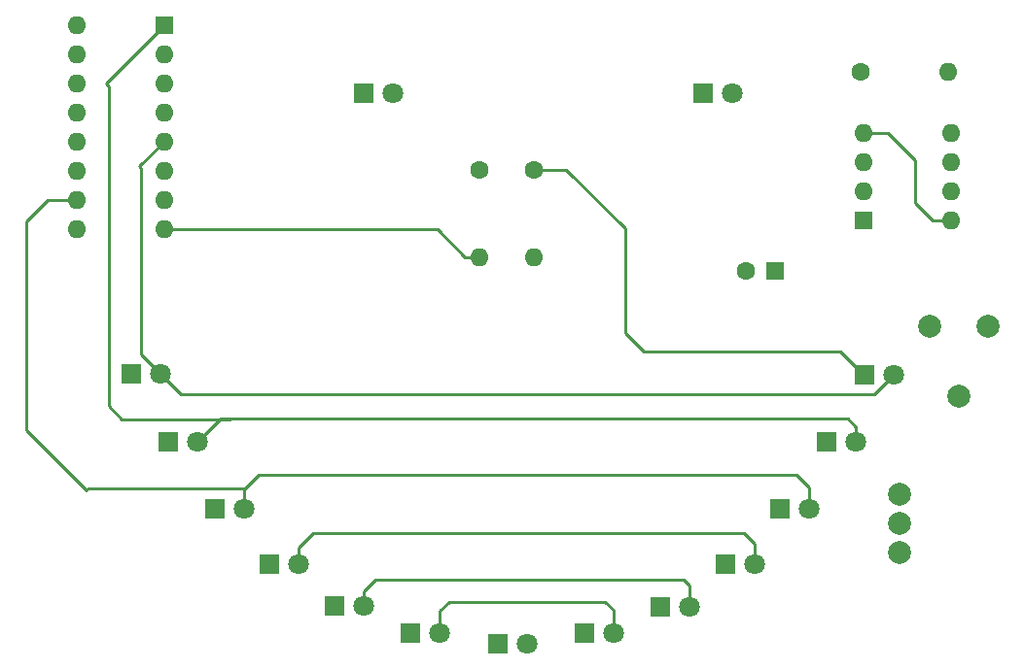
<source format=gbr>
%TF.GenerationSoftware,KiCad,Pcbnew,7.0.8*%
%TF.CreationDate,2024-08-08T21:43:19+02:00*%
%TF.ProjectId,Smiley V8,536d696c-6579-4205-9638-2e6b69636164,rev?*%
%TF.SameCoordinates,Original*%
%TF.FileFunction,Copper,L1,Top*%
%TF.FilePolarity,Positive*%
%FSLAX46Y46*%
G04 Gerber Fmt 4.6, Leading zero omitted, Abs format (unit mm)*
G04 Created by KiCad (PCBNEW 7.0.8) date 2024-08-08 21:43:19*
%MOMM*%
%LPD*%
G01*
G04 APERTURE LIST*
%TA.AperFunction,ComponentPad*%
%ADD10R,1.800000X1.800000*%
%TD*%
%TA.AperFunction,ComponentPad*%
%ADD11C,1.800000*%
%TD*%
%TA.AperFunction,ComponentPad*%
%ADD12R,1.600000X1.600000*%
%TD*%
%TA.AperFunction,ComponentPad*%
%ADD13C,1.600000*%
%TD*%
%TA.AperFunction,ComponentPad*%
%ADD14O,1.600000X1.600000*%
%TD*%
%TA.AperFunction,ComponentPad*%
%ADD15C,2.000000*%
%TD*%
%TA.AperFunction,Conductor*%
%ADD16C,0.250000*%
%TD*%
G04 APERTURE END LIST*
D10*
%TO.P,D3,1,K*%
%TO.N,Net-(D1-K)*%
X63600000Y-123400000D03*
D11*
%TO.P,D3,2,A*%
%TO.N,Net-(D3-A)*%
X66140000Y-123400000D03*
%TD*%
D10*
%TO.P,D4,1,K*%
%TO.N,Net-(D1-K)*%
X57950000Y-119750000D03*
D11*
%TO.P,D4,2,A*%
%TO.N,Net-(D4-A)*%
X60490000Y-119750000D03*
%TD*%
D10*
%TO.P,D5,1,K*%
%TO.N,Net-(D1-K)*%
X53175000Y-114925000D03*
D11*
%TO.P,D5,2,A*%
%TO.N,Net-(D5-A)*%
X55715000Y-114925000D03*
%TD*%
D10*
%TO.P,D33,1,K*%
%TO.N,Net-(D1-K)*%
X92000000Y-123450000D03*
D11*
%TO.P,D33,2,A*%
%TO.N,Net-(D3-A)*%
X94540000Y-123450000D03*
%TD*%
D10*
%TO.P,D55,1,K*%
%TO.N,Net-(D1-K)*%
X102400000Y-114975000D03*
D11*
%TO.P,D55,2,A*%
%TO.N,Net-(D5-A)*%
X104940000Y-114975000D03*
%TD*%
D10*
%TO.P,D77,1,K*%
%TO.N,Net-(D1-K)*%
X109750000Y-103250000D03*
D11*
%TO.P,D77,2,A*%
%TO.N,Net-(D7-A)*%
X112290000Y-103250000D03*
%TD*%
D10*
%TO.P,D66,1,K*%
%TO.N,Net-(D1-K)*%
X106475000Y-109125000D03*
D11*
%TO.P,D66,2,A*%
%TO.N,Net-(D6-A)*%
X109015000Y-109125000D03*
%TD*%
D10*
%TO.P,D6,1,K*%
%TO.N,Net-(D1-K)*%
X49175000Y-109100000D03*
D11*
%TO.P,D6,2,A*%
%TO.N,Net-(D6-A)*%
X51715000Y-109100000D03*
%TD*%
D10*
%TO.P,D22,1,K*%
%TO.N,Net-(D1-K)*%
X85375000Y-125775000D03*
D11*
%TO.P,D22,2,A*%
%TO.N,Net-(D2-A)*%
X87915000Y-125775000D03*
%TD*%
D10*
%TO.P,D7,1,K*%
%TO.N,Net-(D1-K)*%
X45925000Y-103200000D03*
D11*
%TO.P,D7,2,A*%
%TO.N,Net-(D7-A)*%
X48465000Y-103200000D03*
%TD*%
D10*
%TO.P,D8,1,K*%
%TO.N,Net-(D8-K)*%
X66200000Y-78725000D03*
D11*
%TO.P,D8,2,A*%
%TO.N,Net-(D8-A)*%
X68740000Y-78725000D03*
%TD*%
D10*
%TO.P,D2,1,K*%
%TO.N,Net-(D1-K)*%
X70265000Y-125750000D03*
D11*
%TO.P,D2,2,A*%
%TO.N,Net-(D2-A)*%
X72805000Y-125750000D03*
%TD*%
D10*
%TO.P,D88,1,K*%
%TO.N,Net-(D8-K)*%
X95725000Y-78675000D03*
D11*
%TO.P,D88,2,A*%
%TO.N,Net-(D8-A)*%
X98265000Y-78675000D03*
%TD*%
D10*
%TO.P,D1,1,K*%
%TO.N,Net-(D1-K)*%
X77850000Y-126700000D03*
D11*
%TO.P,D1,2,A*%
%TO.N,Net-(D1-A)*%
X80390000Y-126700000D03*
%TD*%
D10*
%TO.P,D44,1,K*%
%TO.N,Net-(D1-K)*%
X97675000Y-119800000D03*
D11*
%TO.P,D44,2,A*%
%TO.N,Net-(D4-A)*%
X100215000Y-119800000D03*
%TD*%
D12*
%TO.P,C1,1*%
%TO.N,unconnected-(C1-Pad1)*%
X101950000Y-94200000D03*
D13*
%TO.P,C1,2*%
%TO.N,Net-(U3-GND)*%
X99450000Y-94200000D03*
%TD*%
D12*
%TO.P,U3,1,GND*%
%TO.N,Net-(U3-GND)*%
X109650000Y-89775000D03*
D14*
%TO.P,U3,2,TR*%
%TO.N,unconnected-(C1-Pad1)*%
X109650000Y-87235000D03*
%TO.P,U3,3,Q*%
%TO.N,Net-(D8-A)*%
X109650000Y-84695000D03*
%TO.P,U3,4,R*%
%TO.N,Net-(U3-R)*%
X109650000Y-82155000D03*
%TO.P,U3,5,CV*%
%TO.N,unconnected-(U3-CV-Pad5)*%
X117270000Y-82155000D03*
%TO.P,U3,6,THR*%
%TO.N,unconnected-(C1-Pad1)*%
X117270000Y-84695000D03*
%TO.P,U3,7,DIS*%
%TO.N,Net-(U3-DIS)*%
X117270000Y-87235000D03*
%TO.P,U3,8,VCC*%
%TO.N,Net-(U3-R)*%
X117270000Y-89775000D03*
%TD*%
D15*
%TO.P,S1,1,A*%
%TO.N,Net-(U3-R)*%
X112825000Y-113700000D03*
%TO.P,S1,2,E*%
%TO.N,Net-(S1-E)*%
X112825000Y-116240000D03*
%TO.P,S1,3,A*%
X112825000Y-118780000D03*
%TD*%
D13*
%TO.P,R1,1*%
%TO.N,Net-(U3-R)*%
X109455000Y-76825000D03*
D14*
%TO.P,R1,2*%
%TO.N,Net-(U3-DIS)*%
X117075000Y-76825000D03*
%TD*%
D15*
%TO.P,R2,1*%
%TO.N,Net-(U3-DIS)*%
X120555000Y-99025000D03*
%TO.P,R2,2*%
%TO.N,unconnected-(C1-Pad1)*%
X115475000Y-99025000D03*
%TO.P,R2,3*%
X118015000Y-105121000D03*
%TD*%
D13*
%TO.P,R3,1*%
%TO.N,Net-(D8-K)*%
X76275000Y-85350000D03*
D14*
%TO.P,R3,2*%
%TO.N,Net-(U3-GND)*%
X76275000Y-92970000D03*
%TD*%
D12*
%TO.P,CD4017,1,Q5*%
%TO.N,Net-(D6-A)*%
X48770000Y-72750000D03*
D14*
%TO.P,CD4017,2,Q1*%
%TO.N,Net-(D2-A)*%
X48770000Y-75290000D03*
%TO.P,CD4017,3,Q0*%
%TO.N,Net-(D1-A)*%
X48770000Y-77830000D03*
%TO.P,CD4017,4,Q2*%
%TO.N,Net-(D3-A)*%
X48770000Y-80370000D03*
%TO.P,CD4017,5,Q6*%
%TO.N,Net-(D7-A)*%
X48770000Y-82910000D03*
%TO.P,CD4017,6,Q7*%
%TO.N,unconnected-(U4-Q7-Pad6)*%
X48770000Y-85450000D03*
%TO.P,CD4017,7,Q3*%
%TO.N,Net-(D4-A)*%
X48770000Y-87990000D03*
%TO.P,CD4017,8,VSS*%
%TO.N,Net-(U3-GND)*%
X48770000Y-90530000D03*
%TO.P,CD4017,9,Q8*%
%TO.N,unconnected-(U4-Q8-Pad9)*%
X41150000Y-90530000D03*
%TO.P,CD4017,10,Q4*%
%TO.N,Net-(D5-A)*%
X41150000Y-87990000D03*
%TO.P,CD4017,11,Q9*%
%TO.N,unconnected-(U4-Q9-Pad11)*%
X41150000Y-85450000D03*
%TO.P,CD4017,12,Cout*%
%TO.N,unconnected-(U4-Cout-Pad12)*%
X41150000Y-82910000D03*
%TO.P,CD4017,13,CKEN*%
%TO.N,Net-(U3-GND)*%
X41150000Y-80370000D03*
%TO.P,CD4017,14,CLK*%
%TO.N,Net-(D8-A)*%
X41150000Y-77830000D03*
%TO.P,CD4017,15,Reset*%
%TO.N,unconnected-(U4-Q7-Pad6)*%
X41150000Y-75290000D03*
%TO.P,CD4017,16,VDD*%
%TO.N,Net-(U3-R)*%
X41150000Y-72750000D03*
%TD*%
D13*
%TO.P,R4,1*%
%TO.N,Net-(D1-K)*%
X81025000Y-85350000D03*
D14*
%TO.P,R4,2*%
%TO.N,Net-(U3-GND)*%
X81025000Y-92970000D03*
%TD*%
D16*
%TO.N,Net-(U3-GND)*%
X72570000Y-90530000D02*
X75010000Y-92970000D01*
X75010000Y-92970000D02*
X76275000Y-92970000D01*
X48770000Y-90530000D02*
X72570000Y-90530000D01*
%TO.N,Net-(D1-K)*%
X88900000Y-90450000D02*
X88900000Y-99600000D01*
X107650000Y-101250000D02*
X109650000Y-103250000D01*
X109650000Y-103250000D02*
X109750000Y-103250000D01*
X88900000Y-99600000D02*
X90550000Y-101250000D01*
X81025000Y-85350000D02*
X83800000Y-85350000D01*
X90550000Y-101250000D02*
X107650000Y-101250000D01*
X83800000Y-85350000D02*
X88900000Y-90450000D01*
%TO.N,Net-(D2-A)*%
X87915000Y-123765000D02*
X87200000Y-123050000D01*
X87915000Y-125775000D02*
X87915000Y-123765000D01*
X72805000Y-123845000D02*
X72805000Y-125750000D01*
X73600000Y-123050000D02*
X72805000Y-123845000D01*
X87200000Y-123050000D02*
X73600000Y-123050000D01*
%TO.N,Net-(D3-A)*%
X94540000Y-123450000D02*
X94540000Y-121590000D01*
X66140000Y-122110000D02*
X66140000Y-123400000D01*
X94050000Y-121100000D02*
X67150000Y-121100000D01*
X94540000Y-121590000D02*
X94050000Y-121100000D01*
X67150000Y-121100000D02*
X66140000Y-122110000D01*
%TO.N,Net-(D4-A)*%
X99300000Y-117050000D02*
X61800000Y-117050000D01*
X100215000Y-117965000D02*
X99300000Y-117050000D01*
X61800000Y-117050000D02*
X60490000Y-118360000D01*
X60490000Y-118360000D02*
X60490000Y-119750000D01*
X100215000Y-119800000D02*
X100215000Y-117965000D01*
%TO.N,Net-(D5-A)*%
X55715000Y-113335000D02*
X55715000Y-114925000D01*
X55850000Y-113200000D02*
X42150000Y-113200000D01*
X42150000Y-113200000D02*
X42000000Y-113350000D01*
X36750000Y-89900000D02*
X36750000Y-108100000D01*
X55850000Y-113200000D02*
X55715000Y-113335000D01*
X36750000Y-108100000D02*
X42000000Y-113350000D01*
X57050000Y-112000000D02*
X55850000Y-113200000D01*
X103850000Y-112000000D02*
X57050000Y-112000000D01*
X41150000Y-87990000D02*
X38660000Y-87990000D01*
X104940000Y-113090000D02*
X103850000Y-112000000D01*
X38660000Y-87990000D02*
X36750000Y-89900000D01*
X104940000Y-114975000D02*
X104940000Y-113090000D01*
%TO.N,Net-(D6-A)*%
X54500000Y-107150000D02*
X54550000Y-107100000D01*
X45100000Y-107150000D02*
X54500000Y-107150000D01*
X54550000Y-107100000D02*
X108300000Y-107100000D01*
X43950000Y-78070000D02*
X43950000Y-106000000D01*
X43700000Y-77820000D02*
X43950000Y-78070000D01*
X51715000Y-109100000D02*
X53715000Y-107100000D01*
X53715000Y-107100000D02*
X54550000Y-107100000D01*
X108300000Y-107100000D02*
X109015000Y-107815000D01*
X109015000Y-107815000D02*
X109015000Y-109125000D01*
X43950000Y-106000000D02*
X45100000Y-107150000D01*
X48770000Y-72750000D02*
X43700000Y-77820000D01*
%TO.N,Net-(D7-A)*%
X50215000Y-104950000D02*
X48465000Y-103200000D01*
X46600000Y-85080000D02*
X46750000Y-85230000D01*
X48770000Y-82910000D02*
X46600000Y-85080000D01*
X110590000Y-104950000D02*
X50215000Y-104950000D01*
X112290000Y-103250000D02*
X110590000Y-104950000D01*
X46750000Y-101485000D02*
X48465000Y-103200000D01*
X46750000Y-85230000D02*
X46750000Y-101485000D01*
%TO.N,Net-(U3-R)*%
X111805000Y-82155000D02*
X114150000Y-84500000D01*
X114150000Y-84500000D02*
X114150000Y-88250000D01*
X109650000Y-82155000D02*
X111805000Y-82155000D01*
X115675000Y-89775000D02*
X117270000Y-89775000D01*
X114150000Y-88250000D02*
X115675000Y-89775000D01*
%TD*%
M02*

</source>
